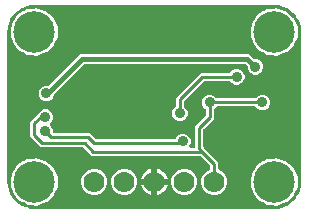
<source format=gbr>
G04 EAGLE Gerber RS-274X export*
G75*
%MOMM*%
%FSLAX34Y34*%
%LPD*%
%INBottom Copper*%
%IPPOS*%
%AMOC8*
5,1,8,0,0,1.08239X$1,22.5*%
G01*
%ADD10C,3.516000*%
%ADD11C,1.778000*%
%ADD12C,0.906400*%
%ADD13C,0.254000*%
%ADD14C,0.889000*%
%ADD15C,0.406400*%

G36*
X228622Y2543D02*
X228622Y2543D01*
X228700Y2545D01*
X232077Y2810D01*
X232145Y2824D01*
X232214Y2829D01*
X232370Y2869D01*
X238794Y4956D01*
X238901Y5006D01*
X239012Y5050D01*
X239063Y5083D01*
X239082Y5091D01*
X239097Y5104D01*
X239148Y5136D01*
X244612Y9107D01*
X244699Y9188D01*
X244746Y9227D01*
X244752Y9231D01*
X244753Y9233D01*
X244791Y9264D01*
X244829Y9310D01*
X244844Y9324D01*
X244855Y9342D01*
X244893Y9388D01*
X246586Y11717D01*
X246599Y11741D01*
X246616Y11761D01*
X246675Y11880D01*
X246739Y11996D01*
X246746Y12022D01*
X246758Y12046D01*
X246785Y12174D01*
X246799Y12185D01*
X246823Y12196D01*
X246925Y12281D01*
X247031Y12361D01*
X247048Y12381D01*
X247068Y12398D01*
X247171Y12522D01*
X248864Y14852D01*
X248921Y14956D01*
X248985Y15056D01*
X249007Y15113D01*
X249017Y15131D01*
X249022Y15151D01*
X249044Y15206D01*
X251131Y21630D01*
X251144Y21698D01*
X251167Y21764D01*
X251190Y21923D01*
X251455Y25300D01*
X251455Y25304D01*
X251456Y25307D01*
X251455Y25326D01*
X251459Y25400D01*
X251459Y152400D01*
X251457Y152422D01*
X251455Y152500D01*
X251190Y155877D01*
X251176Y155945D01*
X251171Y156014D01*
X251131Y156170D01*
X249044Y162594D01*
X248993Y162701D01*
X248950Y162812D01*
X248917Y162863D01*
X248909Y162882D01*
X248896Y162897D01*
X248864Y162948D01*
X247171Y165278D01*
X247153Y165297D01*
X247139Y165320D01*
X247044Y165413D01*
X246953Y165509D01*
X246931Y165524D01*
X246912Y165542D01*
X246798Y165608D01*
X246792Y165624D01*
X246789Y165651D01*
X246740Y165775D01*
X246697Y165900D01*
X246682Y165922D01*
X246672Y165947D01*
X246586Y166083D01*
X244893Y168412D01*
X244812Y168499D01*
X244736Y168591D01*
X244690Y168629D01*
X244676Y168644D01*
X244658Y168655D01*
X244612Y168693D01*
X239148Y172664D01*
X239044Y172721D01*
X238944Y172785D01*
X238887Y172807D01*
X238869Y172817D01*
X238849Y172822D01*
X238794Y172844D01*
X232370Y174931D01*
X232302Y174944D01*
X232236Y174967D01*
X232077Y174990D01*
X228700Y175255D01*
X228678Y175254D01*
X228600Y175259D01*
X25400Y175259D01*
X25378Y175257D01*
X25300Y175255D01*
X21923Y174990D01*
X21855Y174976D01*
X21786Y174971D01*
X21630Y174931D01*
X18892Y174041D01*
X18867Y174030D01*
X18842Y174024D01*
X18724Y173963D01*
X18604Y173906D01*
X18583Y173889D01*
X18560Y173877D01*
X18462Y173789D01*
X18445Y173788D01*
X18418Y173793D01*
X18286Y173785D01*
X18153Y173783D01*
X18127Y173775D01*
X18101Y173774D01*
X17945Y173734D01*
X15206Y172844D01*
X15099Y172794D01*
X14988Y172750D01*
X14937Y172717D01*
X14918Y172709D01*
X14903Y172696D01*
X14852Y172664D01*
X9388Y168693D01*
X9301Y168612D01*
X9209Y168536D01*
X9171Y168490D01*
X9156Y168476D01*
X9145Y168458D01*
X9107Y168412D01*
X5136Y162948D01*
X5079Y162844D01*
X5015Y162744D01*
X4993Y162687D01*
X4983Y162669D01*
X4978Y162649D01*
X4956Y162594D01*
X2869Y156170D01*
X2856Y156102D01*
X2833Y156036D01*
X2810Y155877D01*
X2545Y152500D01*
X2546Y152478D01*
X2541Y152400D01*
X2541Y25400D01*
X2543Y25378D01*
X2545Y25300D01*
X2810Y21923D01*
X2824Y21855D01*
X2829Y21786D01*
X2869Y21630D01*
X4956Y15206D01*
X5006Y15099D01*
X5050Y14988D01*
X5083Y14937D01*
X5091Y14918D01*
X5104Y14903D01*
X5136Y14852D01*
X9107Y9388D01*
X9127Y9366D01*
X9138Y9348D01*
X9184Y9305D01*
X9188Y9301D01*
X9264Y9209D01*
X9310Y9171D01*
X9324Y9156D01*
X9342Y9145D01*
X9388Y9107D01*
X14852Y5136D01*
X14956Y5079D01*
X15056Y5015D01*
X15113Y4993D01*
X15131Y4983D01*
X15151Y4978D01*
X15206Y4956D01*
X17945Y4066D01*
X17971Y4061D01*
X17996Y4051D01*
X18127Y4031D01*
X18257Y4006D01*
X18284Y4008D01*
X18310Y4004D01*
X18441Y4018D01*
X18455Y4008D01*
X18474Y3989D01*
X18585Y3917D01*
X18694Y3842D01*
X18719Y3832D01*
X18742Y3818D01*
X18891Y3759D01*
X21630Y2869D01*
X21698Y2856D01*
X21764Y2833D01*
X21923Y2810D01*
X25300Y2545D01*
X25322Y2546D01*
X25400Y2541D01*
X228600Y2541D01*
X228622Y2543D01*
G37*
%LPC*%
G36*
X175627Y14477D02*
X175627Y14477D01*
X171613Y16140D01*
X168540Y19213D01*
X166877Y23227D01*
X166877Y27573D01*
X168540Y31587D01*
X171613Y34660D01*
X173714Y35530D01*
X173739Y35545D01*
X173767Y35554D01*
X173877Y35623D01*
X173990Y35688D01*
X174011Y35708D01*
X174036Y35724D01*
X174125Y35819D01*
X174218Y35909D01*
X174234Y35934D01*
X174254Y35956D01*
X174317Y36069D01*
X174385Y36180D01*
X174393Y36208D01*
X174408Y36234D01*
X174440Y36360D01*
X174478Y36484D01*
X174480Y36513D01*
X174487Y36542D01*
X174497Y36703D01*
X174497Y38746D01*
X174485Y38844D01*
X174482Y38943D01*
X174465Y39002D01*
X174457Y39062D01*
X174421Y39154D01*
X174393Y39249D01*
X174363Y39301D01*
X174340Y39357D01*
X174282Y39437D01*
X174232Y39523D01*
X174166Y39598D01*
X174154Y39615D01*
X174144Y39623D01*
X174126Y39644D01*
X166644Y47126D01*
X166565Y47186D01*
X166493Y47254D01*
X166440Y47283D01*
X166392Y47320D01*
X166301Y47360D01*
X166215Y47408D01*
X166156Y47423D01*
X166101Y47447D01*
X166003Y47462D01*
X165907Y47487D01*
X165807Y47493D01*
X165786Y47497D01*
X165774Y47495D01*
X165746Y47497D01*
X73913Y47497D01*
X67173Y54238D01*
X67094Y54298D01*
X67022Y54366D01*
X66969Y54395D01*
X66921Y54432D01*
X66830Y54472D01*
X66744Y54520D01*
X66685Y54535D01*
X66630Y54559D01*
X66532Y54574D01*
X66436Y54599D01*
X66336Y54605D01*
X66315Y54609D01*
X66303Y54607D01*
X66275Y54609D01*
X30890Y54609D01*
X22097Y63402D01*
X22097Y76298D01*
X24404Y78604D01*
X28204Y82405D01*
X28210Y82412D01*
X28217Y82418D01*
X28307Y82538D01*
X28399Y82656D01*
X28403Y82665D01*
X28409Y82672D01*
X28479Y82817D01*
X28951Y83955D01*
X30797Y85801D01*
X33210Y86801D01*
X35822Y86801D01*
X38235Y85801D01*
X40081Y83955D01*
X41081Y81542D01*
X41081Y78930D01*
X40081Y76517D01*
X38756Y75193D01*
X38683Y75098D01*
X38605Y75009D01*
X38586Y74973D01*
X38562Y74941D01*
X38514Y74832D01*
X38460Y74726D01*
X38451Y74687D01*
X38435Y74649D01*
X38416Y74532D01*
X38390Y74416D01*
X38392Y74375D01*
X38385Y74335D01*
X38396Y74217D01*
X38400Y74098D01*
X38411Y74059D01*
X38415Y74019D01*
X38455Y73906D01*
X38488Y73792D01*
X38509Y73758D01*
X38523Y73719D01*
X38590Y73621D01*
X38650Y73518D01*
X38690Y73473D01*
X38701Y73456D01*
X38717Y73443D01*
X38756Y73398D01*
X39855Y72299D01*
X40855Y69886D01*
X40855Y68072D01*
X40870Y67954D01*
X40877Y67835D01*
X40890Y67797D01*
X40895Y67756D01*
X40938Y67646D01*
X40975Y67533D01*
X40997Y67498D01*
X41012Y67461D01*
X41081Y67365D01*
X41145Y67264D01*
X41175Y67236D01*
X41198Y67203D01*
X41290Y67127D01*
X41377Y67046D01*
X41412Y67026D01*
X41443Y67001D01*
X41551Y66950D01*
X41655Y66892D01*
X41695Y66882D01*
X41731Y66865D01*
X41848Y66843D01*
X41963Y66813D01*
X42023Y66809D01*
X42043Y66805D01*
X42064Y66807D01*
X42124Y66803D01*
X72488Y66803D01*
X74794Y64497D01*
X74794Y64496D01*
X77196Y62094D01*
X77275Y62034D01*
X77347Y61966D01*
X77400Y61937D01*
X77448Y61900D01*
X77539Y61860D01*
X77625Y61812D01*
X77684Y61797D01*
X77739Y61773D01*
X77837Y61758D01*
X77933Y61733D01*
X78033Y61727D01*
X78054Y61723D01*
X78066Y61725D01*
X78094Y61723D01*
X144018Y61723D01*
X144047Y61726D01*
X144077Y61724D01*
X144205Y61746D01*
X144334Y61763D01*
X144361Y61773D01*
X144390Y61778D01*
X144509Y61832D01*
X144629Y61880D01*
X144653Y61897D01*
X144680Y61909D01*
X144782Y61990D01*
X144887Y62066D01*
X144906Y62089D01*
X144929Y62108D01*
X145007Y62211D01*
X145090Y62311D01*
X145102Y62338D01*
X145120Y62362D01*
X145191Y62506D01*
X145565Y63409D01*
X147411Y65255D01*
X149824Y66255D01*
X152436Y66255D01*
X154849Y65255D01*
X156695Y63409D01*
X157695Y60996D01*
X157695Y58384D01*
X156648Y55858D01*
X156635Y55810D01*
X156614Y55765D01*
X156593Y55657D01*
X156564Y55551D01*
X156564Y55501D01*
X156554Y55452D01*
X156561Y55343D01*
X156559Y55233D01*
X156571Y55185D01*
X156574Y55135D01*
X156608Y55031D01*
X156633Y54924D01*
X156657Y54880D01*
X156672Y54833D01*
X156731Y54740D01*
X156782Y54643D01*
X156815Y54606D01*
X156842Y54564D01*
X156922Y54489D01*
X156996Y54407D01*
X157038Y54380D01*
X157074Y54346D01*
X157170Y54293D01*
X157262Y54233D01*
X157309Y54216D01*
X157352Y54192D01*
X157459Y54165D01*
X157563Y54129D01*
X157612Y54125D01*
X157660Y54113D01*
X157821Y54103D01*
X160528Y54103D01*
X160646Y54118D01*
X160765Y54125D01*
X160803Y54138D01*
X160844Y54143D01*
X160954Y54186D01*
X161067Y54223D01*
X161102Y54245D01*
X161139Y54260D01*
X161235Y54329D01*
X161336Y54393D01*
X161364Y54423D01*
X161397Y54446D01*
X161473Y54538D01*
X161554Y54625D01*
X161574Y54660D01*
X161599Y54691D01*
X161650Y54799D01*
X161708Y54903D01*
X161718Y54943D01*
X161735Y54979D01*
X161757Y55096D01*
X161787Y55211D01*
X161791Y55271D01*
X161795Y55291D01*
X161793Y55312D01*
X161797Y55372D01*
X161797Y72678D01*
X170126Y81006D01*
X170186Y81085D01*
X170254Y81157D01*
X170283Y81210D01*
X170320Y81258D01*
X170360Y81349D01*
X170408Y81435D01*
X170423Y81494D01*
X170447Y81549D01*
X170462Y81647D01*
X170487Y81743D01*
X170493Y81843D01*
X170497Y81864D01*
X170495Y81876D01*
X170497Y81904D01*
X170497Y86203D01*
X170485Y86301D01*
X170482Y86400D01*
X170465Y86458D01*
X170457Y86519D01*
X170421Y86611D01*
X170393Y86706D01*
X170363Y86758D01*
X170340Y86814D01*
X170282Y86894D01*
X170232Y86980D01*
X170166Y87055D01*
X170154Y87072D01*
X170144Y87079D01*
X170126Y87101D01*
X168235Y88991D01*
X167235Y91404D01*
X167235Y94016D01*
X168235Y96429D01*
X170081Y98275D01*
X172494Y99275D01*
X175106Y99275D01*
X177519Y98275D01*
X179409Y96384D01*
X179488Y96324D01*
X179560Y96256D01*
X179613Y96227D01*
X179661Y96190D01*
X179752Y96150D01*
X179838Y96102D01*
X179897Y96087D01*
X179953Y96063D01*
X180051Y96048D01*
X180146Y96023D01*
X180246Y96017D01*
X180267Y96013D01*
X180279Y96015D01*
X180307Y96013D01*
X211933Y96013D01*
X212031Y96025D01*
X212130Y96028D01*
X212188Y96045D01*
X212249Y96053D01*
X212341Y96089D01*
X212436Y96117D01*
X212488Y96147D01*
X212544Y96170D01*
X212624Y96228D01*
X212710Y96278D01*
X212785Y96344D01*
X212802Y96356D01*
X212809Y96366D01*
X212831Y96384D01*
X214721Y98275D01*
X217134Y99275D01*
X219746Y99275D01*
X222159Y98275D01*
X224005Y96429D01*
X225005Y94016D01*
X225005Y91404D01*
X224005Y88991D01*
X222159Y87145D01*
X219746Y86145D01*
X217134Y86145D01*
X214721Y87145D01*
X212831Y89036D01*
X212752Y89096D01*
X212680Y89164D01*
X212627Y89193D01*
X212579Y89230D01*
X212488Y89270D01*
X212402Y89318D01*
X212343Y89333D01*
X212287Y89357D01*
X212189Y89372D01*
X212094Y89397D01*
X211994Y89403D01*
X211973Y89407D01*
X211961Y89405D01*
X211933Y89407D01*
X180307Y89407D01*
X180209Y89395D01*
X180110Y89392D01*
X180052Y89375D01*
X179991Y89367D01*
X179899Y89331D01*
X179804Y89303D01*
X179752Y89273D01*
X179696Y89250D01*
X179616Y89192D01*
X179530Y89142D01*
X179455Y89076D01*
X179438Y89064D01*
X179431Y89054D01*
X179409Y89036D01*
X177474Y87101D01*
X177414Y87022D01*
X177346Y86950D01*
X177317Y86897D01*
X177280Y86849D01*
X177240Y86758D01*
X177192Y86672D01*
X177177Y86613D01*
X177153Y86557D01*
X177138Y86459D01*
X177113Y86364D01*
X177107Y86264D01*
X177103Y86243D01*
X177105Y86231D01*
X177103Y86203D01*
X177103Y78642D01*
X168774Y70314D01*
X168714Y70235D01*
X168646Y70163D01*
X168617Y70110D01*
X168580Y70062D01*
X168540Y69971D01*
X168492Y69885D01*
X168477Y69826D01*
X168453Y69771D01*
X168438Y69673D01*
X168413Y69577D01*
X168407Y69477D01*
X168403Y69456D01*
X168405Y69444D01*
X168403Y69416D01*
X168403Y55234D01*
X168415Y55136D01*
X168418Y55037D01*
X168435Y54978D01*
X168443Y54918D01*
X168479Y54826D01*
X168507Y54731D01*
X168537Y54679D01*
X168560Y54623D01*
X168618Y54543D01*
X168668Y54457D01*
X168734Y54382D01*
X168746Y54365D01*
X168756Y54357D01*
X168774Y54336D01*
X181103Y42008D01*
X181103Y36703D01*
X181106Y36673D01*
X181104Y36644D01*
X181126Y36516D01*
X181143Y36387D01*
X181153Y36360D01*
X181158Y36331D01*
X181212Y36212D01*
X181260Y36091D01*
X181277Y36068D01*
X181289Y36041D01*
X181370Y35939D01*
X181446Y35834D01*
X181469Y35815D01*
X181488Y35792D01*
X181591Y35714D01*
X181691Y35631D01*
X181718Y35619D01*
X181742Y35601D01*
X181886Y35530D01*
X183987Y34660D01*
X187060Y31587D01*
X188723Y27573D01*
X188723Y23227D01*
X187060Y19213D01*
X183987Y16140D01*
X179973Y14477D01*
X175627Y14477D01*
G37*
%LPD*%
%LPC*%
G36*
X34254Y93765D02*
X34254Y93765D01*
X31841Y94765D01*
X29995Y96611D01*
X28995Y99024D01*
X28995Y101636D01*
X29995Y104049D01*
X31841Y105895D01*
X34254Y106895D01*
X37118Y106895D01*
X37178Y106902D01*
X37249Y106901D01*
X37283Y106908D01*
X37317Y106909D01*
X37381Y106928D01*
X37434Y106935D01*
X37488Y106956D01*
X37559Y106972D01*
X37590Y106988D01*
X37623Y106998D01*
X37682Y107033D01*
X37730Y107052D01*
X37775Y107084D01*
X37841Y107119D01*
X37867Y107142D01*
X37897Y107159D01*
X37984Y107236D01*
X37987Y107238D01*
X37988Y107240D01*
X38017Y107266D01*
X61604Y130852D01*
X64356Y133605D01*
X207424Y133605D01*
X211292Y129736D01*
X211370Y129676D01*
X211442Y129608D01*
X211495Y129579D01*
X211543Y129542D01*
X211634Y129502D01*
X211721Y129454D01*
X211779Y129439D01*
X211835Y129415D01*
X211933Y129400D01*
X212029Y129375D01*
X212129Y129369D01*
X212149Y129365D01*
X212161Y129367D01*
X212189Y129365D01*
X213786Y129365D01*
X216199Y128365D01*
X218045Y126519D01*
X219045Y124106D01*
X219045Y121494D01*
X218045Y119081D01*
X216199Y117235D01*
X213786Y116235D01*
X211174Y116235D01*
X208761Y117235D01*
X206915Y119081D01*
X205915Y121494D01*
X205915Y123091D01*
X205903Y123189D01*
X205900Y123288D01*
X205883Y123346D01*
X205875Y123406D01*
X205839Y123498D01*
X205811Y123593D01*
X205781Y123645D01*
X205758Y123702D01*
X205700Y123782D01*
X205650Y123867D01*
X205584Y123943D01*
X205572Y123959D01*
X205562Y123967D01*
X205544Y123988D01*
X204428Y125104D01*
X204350Y125164D01*
X204278Y125232D01*
X204225Y125261D01*
X204177Y125298D01*
X204086Y125338D01*
X203999Y125386D01*
X203941Y125401D01*
X203885Y125425D01*
X203787Y125440D01*
X203691Y125465D01*
X203591Y125471D01*
X203571Y125475D01*
X203559Y125473D01*
X203531Y125475D01*
X68249Y125475D01*
X68151Y125463D01*
X68052Y125460D01*
X67994Y125443D01*
X67934Y125435D01*
X67842Y125399D01*
X67747Y125371D01*
X67695Y125341D01*
X67638Y125318D01*
X67558Y125260D01*
X67473Y125210D01*
X67397Y125144D01*
X67381Y125132D01*
X67373Y125122D01*
X67352Y125104D01*
X42496Y100248D01*
X42436Y100170D01*
X42368Y100098D01*
X42339Y100045D01*
X42302Y99997D01*
X42262Y99906D01*
X42214Y99819D01*
X42199Y99761D01*
X42175Y99705D01*
X42160Y99607D01*
X42135Y99511D01*
X42129Y99411D01*
X42125Y99391D01*
X42127Y99379D01*
X42125Y99351D01*
X42125Y99024D01*
X41125Y96611D01*
X39279Y94765D01*
X36866Y93765D01*
X34254Y93765D01*
G37*
%LPD*%
%LPC*%
G36*
X23676Y132780D02*
X23676Y132780D01*
X23658Y132780D01*
X23543Y132787D01*
X21499Y132787D01*
X20951Y133014D01*
X20853Y133041D01*
X20757Y133077D01*
X20665Y133092D01*
X20644Y133098D01*
X20631Y133098D01*
X20598Y133104D01*
X19179Y133253D01*
X16215Y134964D01*
X16212Y134965D01*
X16210Y134967D01*
X16066Y135038D01*
X14290Y135773D01*
X13693Y136370D01*
X13626Y136422D01*
X13565Y136483D01*
X13451Y136558D01*
X13442Y136565D01*
X13438Y136567D01*
X13431Y136572D01*
X11929Y137439D01*
X10139Y139903D01*
X10126Y139917D01*
X10116Y139933D01*
X10009Y140054D01*
X8773Y141290D01*
X8357Y142296D01*
X8322Y142356D01*
X8297Y142420D01*
X8211Y142556D01*
X7008Y144211D01*
X6447Y146850D01*
X6436Y146883D01*
X6431Y146919D01*
X6379Y147071D01*
X5787Y148499D01*
X5787Y149822D01*
X5781Y149874D01*
X5783Y149926D01*
X5760Y150086D01*
X5268Y152400D01*
X5760Y154714D01*
X5764Y154767D01*
X5777Y154818D01*
X5787Y154978D01*
X5787Y156301D01*
X6379Y157729D01*
X6388Y157763D01*
X6404Y157795D01*
X6447Y157950D01*
X7008Y160589D01*
X8211Y162244D01*
X8244Y162305D01*
X8286Y162360D01*
X8357Y162504D01*
X8773Y163510D01*
X10009Y164746D01*
X10021Y164761D01*
X10036Y164773D01*
X10139Y164897D01*
X11929Y167361D01*
X13431Y168228D01*
X13499Y168280D01*
X13573Y168324D01*
X13675Y168414D01*
X13684Y168421D01*
X13687Y168424D01*
X13693Y168430D01*
X14290Y169027D01*
X16066Y169762D01*
X16068Y169764D01*
X16070Y169764D01*
X16215Y169836D01*
X18972Y171428D01*
X18993Y171444D01*
X19017Y171455D01*
X19119Y171540D01*
X19166Y171575D01*
X19203Y171568D01*
X19229Y171569D01*
X19256Y171565D01*
X19416Y171572D01*
X20598Y171696D01*
X20698Y171720D01*
X20799Y171734D01*
X20887Y171764D01*
X20908Y171769D01*
X20920Y171775D01*
X20951Y171786D01*
X21499Y172013D01*
X23543Y172013D01*
X23560Y172015D01*
X23676Y172020D01*
X27504Y172422D01*
X28573Y172075D01*
X28690Y172053D01*
X28805Y172023D01*
X28865Y172019D01*
X28885Y172015D01*
X28906Y172017D01*
X28965Y172013D01*
X29301Y172013D01*
X31209Y171223D01*
X31230Y171217D01*
X31302Y171188D01*
X35466Y169835D01*
X36078Y169285D01*
X36188Y169208D01*
X36297Y169126D01*
X36327Y169111D01*
X36339Y169103D01*
X36359Y169096D01*
X36441Y169055D01*
X36510Y169027D01*
X37805Y167732D01*
X37819Y167721D01*
X37853Y167686D01*
X41687Y164234D01*
X41900Y163756D01*
X41979Y163626D01*
X42250Y162972D01*
X42255Y162963D01*
X42263Y162941D01*
X45092Y156586D01*
X45092Y148214D01*
X42263Y141859D01*
X42260Y141849D01*
X42250Y141828D01*
X41994Y141211D01*
X41975Y141187D01*
X41970Y141179D01*
X41968Y141175D01*
X41963Y141165D01*
X41900Y141044D01*
X41687Y140566D01*
X37853Y137114D01*
X37841Y137100D01*
X37804Y137068D01*
X36510Y135773D01*
X36441Y135745D01*
X36324Y135678D01*
X36204Y135615D01*
X36177Y135594D01*
X36165Y135587D01*
X36149Y135572D01*
X36078Y135515D01*
X35466Y134965D01*
X31302Y133612D01*
X31283Y133603D01*
X31209Y133577D01*
X29301Y132787D01*
X28965Y132787D01*
X28848Y132772D01*
X28729Y132765D01*
X28670Y132750D01*
X28650Y132747D01*
X28631Y132740D01*
X28573Y132725D01*
X27504Y132378D01*
X23676Y132780D01*
G37*
%LPD*%
%LPC*%
G36*
X226876Y132780D02*
X226876Y132780D01*
X226858Y132780D01*
X226743Y132787D01*
X224699Y132787D01*
X224151Y133014D01*
X224052Y133041D01*
X223957Y133077D01*
X223865Y133092D01*
X223844Y133098D01*
X223831Y133098D01*
X223798Y133104D01*
X222379Y133253D01*
X219415Y134964D01*
X219413Y134965D01*
X219410Y134967D01*
X219266Y135038D01*
X217490Y135773D01*
X216893Y136370D01*
X216826Y136422D01*
X216765Y136483D01*
X216651Y136558D01*
X216642Y136565D01*
X216638Y136567D01*
X216631Y136572D01*
X215129Y137439D01*
X213339Y139903D01*
X213326Y139917D01*
X213316Y139933D01*
X213209Y140054D01*
X211973Y141290D01*
X211557Y142296D01*
X211522Y142356D01*
X211497Y142420D01*
X211411Y142556D01*
X210208Y144211D01*
X209647Y146849D01*
X209636Y146883D01*
X209631Y146919D01*
X209579Y147071D01*
X208987Y148499D01*
X208987Y149822D01*
X208981Y149874D01*
X208983Y149926D01*
X208960Y150086D01*
X208468Y152400D01*
X208960Y154714D01*
X208964Y154767D01*
X208977Y154817D01*
X208987Y154978D01*
X208987Y156301D01*
X209579Y157729D01*
X209588Y157763D01*
X209604Y157795D01*
X209647Y157951D01*
X210208Y160589D01*
X211411Y162244D01*
X211444Y162305D01*
X211486Y162360D01*
X211557Y162504D01*
X211973Y163510D01*
X213209Y164746D01*
X213221Y164761D01*
X213236Y164773D01*
X213339Y164897D01*
X215129Y167361D01*
X216631Y168228D01*
X216699Y168280D01*
X216773Y168324D01*
X216875Y168414D01*
X216884Y168421D01*
X216887Y168424D01*
X216893Y168430D01*
X217490Y169027D01*
X219266Y169762D01*
X219268Y169764D01*
X219271Y169764D01*
X219415Y169836D01*
X222379Y171547D01*
X223798Y171696D01*
X223898Y171720D01*
X223999Y171734D01*
X224087Y171764D01*
X224108Y171769D01*
X224120Y171775D01*
X224151Y171786D01*
X224699Y172013D01*
X226743Y172013D01*
X226760Y172015D01*
X226876Y172020D01*
X230704Y172422D01*
X231773Y172075D01*
X231890Y172053D01*
X232005Y172023D01*
X232065Y172019D01*
X232085Y172015D01*
X232106Y172017D01*
X232165Y172013D01*
X232501Y172013D01*
X234409Y171222D01*
X234430Y171217D01*
X234503Y171188D01*
X238666Y169835D01*
X239278Y169285D01*
X239389Y169207D01*
X239497Y169126D01*
X239527Y169111D01*
X239539Y169103D01*
X239559Y169096D01*
X239641Y169055D01*
X239710Y169027D01*
X241005Y167732D01*
X241019Y167721D01*
X241053Y167686D01*
X244710Y164393D01*
X244732Y164378D01*
X244750Y164359D01*
X244862Y164288D01*
X244910Y164254D01*
X244914Y164217D01*
X244924Y164192D01*
X244929Y164166D01*
X244985Y164015D01*
X245100Y163756D01*
X245179Y163626D01*
X245450Y162971D01*
X245455Y162962D01*
X245463Y162941D01*
X248292Y156586D01*
X248292Y148214D01*
X245463Y141859D01*
X245460Y141849D01*
X245450Y141829D01*
X245194Y141211D01*
X245175Y141187D01*
X245170Y141179D01*
X245168Y141175D01*
X245163Y141164D01*
X245100Y141044D01*
X244887Y140566D01*
X241053Y137114D01*
X241041Y137100D01*
X241005Y137068D01*
X239710Y135773D01*
X239641Y135745D01*
X239524Y135678D01*
X239404Y135615D01*
X239377Y135594D01*
X239365Y135587D01*
X239350Y135572D01*
X239278Y135515D01*
X238666Y134965D01*
X234502Y133612D01*
X234483Y133603D01*
X234409Y133577D01*
X232501Y132787D01*
X232165Y132787D01*
X232047Y132772D01*
X231929Y132765D01*
X231870Y132750D01*
X231850Y132747D01*
X231831Y132740D01*
X231773Y132725D01*
X230704Y132378D01*
X226876Y132780D01*
G37*
%LPD*%
%LPC*%
G36*
X226876Y5780D02*
X226876Y5780D01*
X226858Y5780D01*
X226743Y5787D01*
X224699Y5787D01*
X224151Y6014D01*
X224052Y6041D01*
X223957Y6077D01*
X223865Y6092D01*
X223844Y6098D01*
X223831Y6098D01*
X223798Y6104D01*
X222379Y6253D01*
X219415Y7964D01*
X219413Y7965D01*
X219410Y7967D01*
X219266Y8038D01*
X217490Y8773D01*
X216893Y9370D01*
X216826Y9422D01*
X216765Y9483D01*
X216651Y9558D01*
X216642Y9565D01*
X216638Y9567D01*
X216631Y9572D01*
X215129Y10439D01*
X213339Y12903D01*
X213326Y12917D01*
X213316Y12933D01*
X213209Y13054D01*
X211973Y14290D01*
X211557Y15296D01*
X211522Y15356D01*
X211497Y15420D01*
X211411Y15556D01*
X210208Y17211D01*
X209647Y19849D01*
X209636Y19883D01*
X209631Y19919D01*
X209579Y20071D01*
X208987Y21499D01*
X208987Y22822D01*
X208981Y22874D01*
X208983Y22926D01*
X208960Y23086D01*
X208468Y25400D01*
X208960Y27714D01*
X208964Y27767D01*
X208977Y27817D01*
X208987Y27978D01*
X208987Y29301D01*
X209579Y30729D01*
X209588Y30763D01*
X209604Y30795D01*
X209647Y30951D01*
X210208Y33589D01*
X211411Y35244D01*
X211444Y35305D01*
X211486Y35360D01*
X211557Y35504D01*
X211973Y36510D01*
X213209Y37746D01*
X213221Y37761D01*
X213236Y37773D01*
X213339Y37897D01*
X215129Y40361D01*
X216631Y41228D01*
X216699Y41280D01*
X216773Y41324D01*
X216875Y41414D01*
X216884Y41421D01*
X216887Y41424D01*
X216893Y41430D01*
X217490Y42027D01*
X219266Y42762D01*
X219268Y42764D01*
X219271Y42764D01*
X219415Y42836D01*
X222379Y44547D01*
X223798Y44696D01*
X223898Y44720D01*
X223999Y44734D01*
X224087Y44764D01*
X224108Y44769D01*
X224120Y44775D01*
X224151Y44786D01*
X224699Y45013D01*
X226743Y45013D01*
X226760Y45015D01*
X226876Y45020D01*
X230704Y45422D01*
X231773Y45075D01*
X231890Y45053D01*
X232005Y45023D01*
X232065Y45019D01*
X232085Y45015D01*
X232106Y45017D01*
X232165Y45013D01*
X232501Y45013D01*
X234409Y44222D01*
X234430Y44217D01*
X234503Y44188D01*
X238666Y42835D01*
X239278Y42285D01*
X239389Y42207D01*
X239497Y42126D01*
X239527Y42111D01*
X239539Y42103D01*
X239559Y42096D01*
X239641Y42055D01*
X239710Y42027D01*
X241005Y40732D01*
X241019Y40721D01*
X241053Y40686D01*
X244887Y37234D01*
X245100Y36756D01*
X245179Y36626D01*
X245450Y35971D01*
X245455Y35962D01*
X245463Y35941D01*
X248292Y29586D01*
X248292Y21214D01*
X245463Y14859D01*
X245460Y14849D01*
X245450Y14829D01*
X245194Y14211D01*
X245175Y14187D01*
X245170Y14178D01*
X245168Y14175D01*
X245163Y14165D01*
X245100Y14044D01*
X244985Y13785D01*
X244977Y13759D01*
X244964Y13736D01*
X244931Y13607D01*
X244914Y13552D01*
X244880Y13536D01*
X244860Y13519D01*
X244836Y13507D01*
X244710Y13407D01*
X241053Y10114D01*
X241041Y10100D01*
X241005Y10068D01*
X239710Y8773D01*
X239641Y8745D01*
X239524Y8678D01*
X239404Y8615D01*
X239377Y8594D01*
X239365Y8587D01*
X239350Y8572D01*
X239278Y8515D01*
X238666Y7965D01*
X234502Y6612D01*
X234483Y6603D01*
X234409Y6577D01*
X232501Y5787D01*
X232165Y5787D01*
X232047Y5772D01*
X231929Y5765D01*
X231870Y5750D01*
X231850Y5747D01*
X231831Y5740D01*
X231773Y5725D01*
X230704Y5378D01*
X226876Y5780D01*
G37*
%LPD*%
%LPC*%
G36*
X23676Y5780D02*
X23676Y5780D01*
X23658Y5780D01*
X23543Y5787D01*
X21499Y5787D01*
X20951Y6014D01*
X20852Y6041D01*
X20757Y6077D01*
X20665Y6092D01*
X20644Y6098D01*
X20631Y6098D01*
X20598Y6104D01*
X19416Y6228D01*
X19390Y6227D01*
X19364Y6232D01*
X19231Y6224D01*
X19173Y6223D01*
X19147Y6250D01*
X19125Y6265D01*
X19106Y6283D01*
X18972Y6372D01*
X16215Y7964D01*
X16213Y7965D01*
X16210Y7967D01*
X16066Y8038D01*
X14290Y8773D01*
X13693Y9370D01*
X13626Y9422D01*
X13565Y9483D01*
X13451Y9558D01*
X13442Y9565D01*
X13438Y9567D01*
X13431Y9572D01*
X11929Y10439D01*
X10139Y12903D01*
X10126Y12917D01*
X10116Y12933D01*
X10009Y13054D01*
X8773Y14290D01*
X8357Y15296D01*
X8322Y15356D01*
X8297Y15420D01*
X8211Y15556D01*
X7008Y17211D01*
X6447Y19849D01*
X6436Y19883D01*
X6431Y19919D01*
X6379Y20071D01*
X5787Y21499D01*
X5787Y22822D01*
X5781Y22874D01*
X5783Y22926D01*
X5760Y23086D01*
X5268Y25400D01*
X5760Y27714D01*
X5764Y27767D01*
X5777Y27817D01*
X5787Y27978D01*
X5787Y29301D01*
X6379Y30729D01*
X6388Y30763D01*
X6404Y30795D01*
X6447Y30951D01*
X7008Y33589D01*
X8211Y35244D01*
X8244Y35305D01*
X8286Y35360D01*
X8357Y35504D01*
X8773Y36510D01*
X10009Y37746D01*
X10021Y37761D01*
X10036Y37773D01*
X10139Y37897D01*
X11929Y40361D01*
X13431Y41228D01*
X13499Y41280D01*
X13573Y41324D01*
X13675Y41414D01*
X13684Y41421D01*
X13687Y41424D01*
X13693Y41430D01*
X14290Y42027D01*
X16066Y42762D01*
X16068Y42764D01*
X16071Y42764D01*
X16215Y42836D01*
X19179Y44547D01*
X20598Y44696D01*
X20698Y44720D01*
X20799Y44734D01*
X20887Y44764D01*
X20908Y44769D01*
X20920Y44775D01*
X20951Y44786D01*
X21499Y45013D01*
X23543Y45013D01*
X23560Y45015D01*
X23676Y45020D01*
X27504Y45422D01*
X28573Y45075D01*
X28690Y45053D01*
X28805Y45023D01*
X28865Y45019D01*
X28885Y45015D01*
X28906Y45017D01*
X28965Y45013D01*
X29301Y45013D01*
X31209Y44222D01*
X31230Y44217D01*
X31303Y44188D01*
X35466Y42835D01*
X36078Y42285D01*
X36189Y42207D01*
X36297Y42126D01*
X36327Y42111D01*
X36339Y42103D01*
X36359Y42096D01*
X36441Y42055D01*
X36510Y42027D01*
X37805Y40732D01*
X37819Y40721D01*
X37853Y40686D01*
X41687Y37234D01*
X41900Y36756D01*
X41979Y36626D01*
X42250Y35971D01*
X42255Y35962D01*
X42263Y35941D01*
X45092Y29586D01*
X45092Y21214D01*
X42263Y14859D01*
X42260Y14849D01*
X42250Y14829D01*
X41994Y14211D01*
X41975Y14187D01*
X41970Y14179D01*
X41968Y14175D01*
X41963Y14164D01*
X41900Y14044D01*
X41687Y13566D01*
X37853Y10114D01*
X37841Y10100D01*
X37805Y10068D01*
X36510Y8773D01*
X36441Y8745D01*
X36324Y8678D01*
X36204Y8615D01*
X36177Y8594D01*
X36165Y8587D01*
X36150Y8572D01*
X36078Y8515D01*
X35466Y7965D01*
X31302Y6612D01*
X31283Y6603D01*
X31209Y6577D01*
X29301Y5787D01*
X28965Y5787D01*
X28847Y5772D01*
X28729Y5765D01*
X28670Y5750D01*
X28650Y5747D01*
X28631Y5740D01*
X28573Y5725D01*
X27504Y5378D01*
X23676Y5780D01*
G37*
%LPD*%
%LPC*%
G36*
X147301Y76921D02*
X147301Y76921D01*
X144921Y77907D01*
X143098Y79730D01*
X142112Y82110D01*
X142112Y84688D01*
X143098Y87068D01*
X144916Y88885D01*
X144976Y88964D01*
X145044Y89036D01*
X145073Y89089D01*
X145110Y89137D01*
X145150Y89228D01*
X145198Y89314D01*
X145213Y89373D01*
X145237Y89429D01*
X145252Y89527D01*
X145277Y89622D01*
X145283Y89722D01*
X145287Y89743D01*
X145285Y89755D01*
X145287Y89783D01*
X145287Y96618D01*
X166272Y117603D01*
X190343Y117603D01*
X190441Y117615D01*
X190540Y117618D01*
X190599Y117635D01*
X190659Y117643D01*
X190751Y117679D01*
X190846Y117707D01*
X190898Y117737D01*
X190954Y117760D01*
X191034Y117818D01*
X191120Y117868D01*
X191195Y117934D01*
X191212Y117946D01*
X191219Y117956D01*
X191241Y117974D01*
X193131Y119865D01*
X195544Y120865D01*
X198156Y120865D01*
X200569Y119865D01*
X202415Y118019D01*
X203415Y115606D01*
X203415Y112994D01*
X202415Y110581D01*
X200569Y108735D01*
X198156Y107735D01*
X195544Y107735D01*
X193131Y108735D01*
X191241Y110626D01*
X191162Y110686D01*
X191090Y110754D01*
X191037Y110783D01*
X190989Y110820D01*
X190898Y110860D01*
X190812Y110908D01*
X190753Y110923D01*
X190697Y110947D01*
X190599Y110962D01*
X190504Y110987D01*
X190404Y110993D01*
X190383Y110997D01*
X190371Y110995D01*
X190343Y110997D01*
X169534Y110997D01*
X169436Y110985D01*
X169337Y110982D01*
X169278Y110965D01*
X169218Y110957D01*
X169126Y110921D01*
X169031Y110893D01*
X168979Y110863D01*
X168923Y110840D01*
X168843Y110782D01*
X168757Y110732D01*
X168682Y110666D01*
X168665Y110654D01*
X168657Y110644D01*
X168636Y110626D01*
X152264Y94254D01*
X152204Y94175D01*
X152136Y94103D01*
X152107Y94050D01*
X152070Y94002D01*
X152030Y93911D01*
X151982Y93825D01*
X151967Y93766D01*
X151943Y93711D01*
X151928Y93613D01*
X151903Y93517D01*
X151897Y93417D01*
X151893Y93396D01*
X151895Y93384D01*
X151893Y93356D01*
X151893Y89783D01*
X151905Y89685D01*
X151908Y89586D01*
X151925Y89527D01*
X151933Y89467D01*
X151969Y89375D01*
X151997Y89280D01*
X152027Y89228D01*
X152050Y89172D01*
X152108Y89092D01*
X152158Y89006D01*
X152224Y88931D01*
X152236Y88914D01*
X152246Y88907D01*
X152264Y88885D01*
X154082Y87068D01*
X155068Y84688D01*
X155068Y82110D01*
X154082Y79730D01*
X152259Y77907D01*
X149879Y76921D01*
X147301Y76921D01*
G37*
%LPD*%
%LPC*%
G36*
X150227Y14477D02*
X150227Y14477D01*
X146213Y16140D01*
X143140Y19213D01*
X141477Y23227D01*
X141477Y27573D01*
X143140Y31587D01*
X146213Y34660D01*
X150227Y36323D01*
X154573Y36323D01*
X158587Y34660D01*
X161660Y31587D01*
X163323Y27573D01*
X163323Y23227D01*
X161660Y19213D01*
X158587Y16140D01*
X154573Y14477D01*
X150227Y14477D01*
G37*
%LPD*%
%LPC*%
G36*
X99427Y14477D02*
X99427Y14477D01*
X95413Y16140D01*
X92340Y19213D01*
X90677Y23227D01*
X90677Y27573D01*
X92340Y31587D01*
X95413Y34660D01*
X99427Y36323D01*
X103773Y36323D01*
X107787Y34660D01*
X110860Y31587D01*
X112523Y27573D01*
X112523Y23227D01*
X110860Y19213D01*
X107787Y16140D01*
X103773Y14477D01*
X99427Y14477D01*
G37*
%LPD*%
%LPC*%
G36*
X74027Y14477D02*
X74027Y14477D01*
X70013Y16140D01*
X66940Y19213D01*
X65277Y23227D01*
X65277Y27573D01*
X66940Y31587D01*
X70013Y34660D01*
X74027Y36323D01*
X78373Y36323D01*
X82387Y34660D01*
X85460Y31587D01*
X87123Y27573D01*
X87123Y23227D01*
X85460Y19213D01*
X82387Y16140D01*
X78373Y14477D01*
X74027Y14477D01*
G37*
%LPD*%
%LPC*%
G36*
X129499Y27899D02*
X129499Y27899D01*
X129499Y36577D01*
X129677Y36549D01*
X131388Y35993D01*
X132991Y35177D01*
X134447Y34119D01*
X135719Y32847D01*
X136777Y31391D01*
X137593Y29788D01*
X138149Y28077D01*
X138177Y27899D01*
X129499Y27899D01*
G37*
%LPD*%
%LPC*%
G36*
X115823Y27899D02*
X115823Y27899D01*
X115851Y28077D01*
X116407Y29788D01*
X117223Y31391D01*
X118281Y32847D01*
X119553Y34119D01*
X121009Y35177D01*
X122612Y35993D01*
X124323Y36549D01*
X124501Y36577D01*
X124501Y27899D01*
X115823Y27899D01*
G37*
%LPD*%
%LPC*%
G36*
X129499Y22901D02*
X129499Y22901D01*
X138177Y22901D01*
X138149Y22723D01*
X137593Y21012D01*
X136777Y19409D01*
X135719Y17953D01*
X134447Y16681D01*
X132991Y15623D01*
X131388Y14807D01*
X129677Y14251D01*
X129499Y14223D01*
X129499Y22901D01*
G37*
%LPD*%
%LPC*%
G36*
X124323Y14251D02*
X124323Y14251D01*
X122612Y14807D01*
X121009Y15623D01*
X119553Y16681D01*
X118281Y17953D01*
X117223Y19409D01*
X116407Y21012D01*
X115851Y22723D01*
X115823Y22901D01*
X124501Y22901D01*
X124501Y14223D01*
X124323Y14251D01*
G37*
%LPD*%
D10*
X25400Y152400D03*
X228600Y152400D03*
X25400Y25400D03*
X228600Y25400D03*
D11*
X76200Y25400D03*
X101600Y25400D03*
X127000Y25400D03*
X152400Y25400D03*
X177800Y25400D03*
D12*
X34516Y80236D03*
D13*
X32611Y82141D01*
D12*
X218440Y92710D03*
D13*
X32611Y82141D02*
X25400Y74930D01*
X25400Y64770D01*
X32258Y57912D01*
X68169Y57912D01*
D12*
X173800Y92710D03*
D13*
X218440Y92710D01*
X173800Y92710D02*
X173800Y80010D01*
X165100Y71310D01*
X165100Y53340D01*
X167640Y50800D02*
X75281Y50800D01*
X68169Y57912D01*
X165100Y53340D02*
X167640Y50800D01*
X177800Y40640D01*
X177800Y25400D01*
D12*
X34290Y68580D03*
X151130Y59690D03*
D13*
X149860Y58420D01*
X76200Y58420D01*
X71120Y63500D01*
X39370Y63500D01*
X34290Y68580D01*
D12*
X35560Y114300D03*
X220980Y72390D03*
X107950Y118110D03*
X196850Y114300D03*
D14*
X148590Y83399D03*
D13*
X148590Y95250D01*
X167640Y114300D02*
X196850Y114300D01*
X167640Y114300D02*
X148590Y95250D01*
D12*
X212480Y122800D03*
D15*
X205740Y129540D01*
X66040Y129540D02*
X36830Y100330D01*
X35560Y100330D01*
D12*
X35560Y100330D03*
D15*
X66040Y129540D02*
X205740Y129540D01*
M02*

</source>
